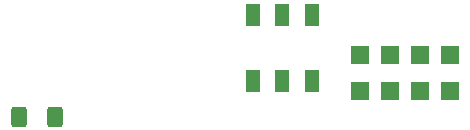
<source format=gbr>
%TF.GenerationSoftware,KiCad,Pcbnew,7.0.9*%
%TF.CreationDate,2024-01-07T05:54:30-05:00*%
%TF.ProjectId,Flipper-ICSP,466c6970-7065-4722-9d49-4353502e6b69,A*%
%TF.SameCoordinates,Original*%
%TF.FileFunction,Paste,Top*%
%TF.FilePolarity,Positive*%
%FSLAX46Y46*%
G04 Gerber Fmt 4.6, Leading zero omitted, Abs format (unit mm)*
G04 Created by KiCad (PCBNEW 7.0.9) date 2024-01-07 05:54:30*
%MOMM*%
%LPD*%
G01*
G04 APERTURE LIST*
G04 Aperture macros list*
%AMRoundRect*
0 Rectangle with rounded corners*
0 $1 Rounding radius*
0 $2 $3 $4 $5 $6 $7 $8 $9 X,Y pos of 4 corners*
0 Add a 4 corners polygon primitive as box body*
4,1,4,$2,$3,$4,$5,$6,$7,$8,$9,$2,$3,0*
0 Add four circle primitives for the rounded corners*
1,1,$1+$1,$2,$3*
1,1,$1+$1,$4,$5*
1,1,$1+$1,$6,$7*
1,1,$1+$1,$8,$9*
0 Add four rect primitives between the rounded corners*
20,1,$1+$1,$2,$3,$4,$5,0*
20,1,$1+$1,$4,$5,$6,$7,0*
20,1,$1+$1,$6,$7,$8,$9,0*
20,1,$1+$1,$8,$9,$2,$3,0*%
G04 Aperture macros list end*
%ADD10R,1.500000X1.500000*%
%ADD11R,1.200000X1.950000*%
%ADD12RoundRect,0.250000X0.400000X0.625000X-0.400000X0.625000X-0.400000X-0.625000X0.400000X-0.625000X0*%
G04 APERTURE END LIST*
D10*
%TO.C,LED1*%
X122555000Y-69569332D03*
X122555000Y-66569332D03*
%TD*%
D11*
%TO.C,S1*%
X113515722Y-63132260D03*
X116015722Y-63132260D03*
X118515722Y-63132260D03*
X113515722Y-68782260D03*
X116015722Y-68782260D03*
X118515722Y-68782260D03*
%TD*%
D10*
%TO.C,LED4*%
X130175000Y-69569332D03*
X130175000Y-66569332D03*
%TD*%
%TO.C,LED3*%
X127635000Y-69569332D03*
X127635000Y-66569332D03*
%TD*%
D12*
%TO.C,R1*%
X96800000Y-71755000D03*
X93700000Y-71755000D03*
%TD*%
D10*
%TO.C,LED2*%
X125095000Y-69569332D03*
X125095000Y-66569332D03*
%TD*%
M02*

</source>
